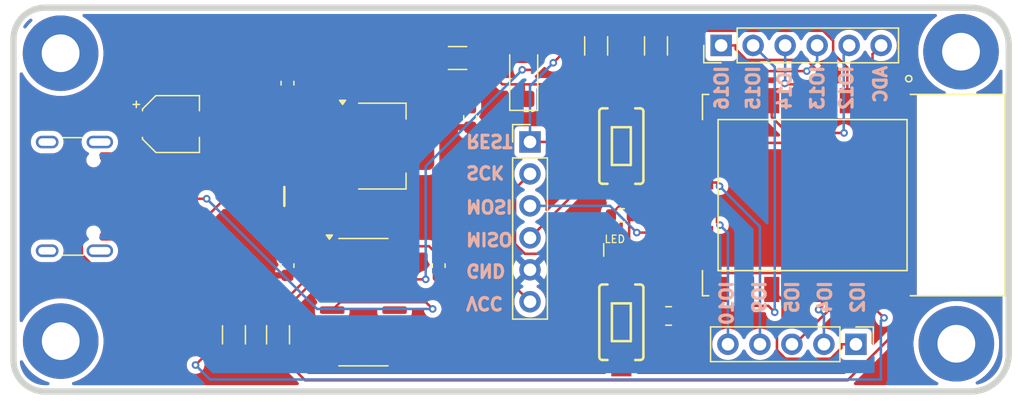
<source format=kicad_pcb>
(kicad_pcb (version 20241229) (generator "pcbnew") (generator_version "9.0")
  (layers (0 "F.Cu" signal) (2 "B.Cu" signal) (13 "F.Paste" user) (15 "B.Paste" user) (5 "F.SilkS" user "F.Silkscreen") (7 "B.SilkS" user "B.Silkscreen") (1 "F.Mask" user) (3 "B.Mask" user) (25 "Edge.Cuts" user))
  (net 0 "")
  (net 1 "GND")
  (net 2 "Net-(U1-VO)")
  (net 3 "+5V")
  (net 6 "D+")
  (net 9 "D-")
  (net 14 "Net-(J3-Pin_5)")
  (net 15 "Net-(J3-Pin_3)")
  (net 16 "Net-(J3-Pin_2)")
  (net 17 "Net-(J3-Pin_6)")
  (net 18 "Net-(J3-Pin_1)")
  (net 19 "Net-(J3-Pin_4)")
  (net 20 "MISO")
  (net 21 "REST")
  (net 22 "MOSI")
  (net 23 "SCK")
  (net 24 "Net-(J5-Pin_2)")
  (net 25 "Net-(J5-Pin_1)")
  (net 26 "Net-(J5-Pin_3)")
  (net 27 "Net-(J5-Pin_4)")
  (net 28 "Net-(J5-Pin_5)")
  (net 29 "Net-(SW2-B)")
  (net 30 "RXD")
  (net 31 "Net-(U3-TXD)")
  (net 32 "TXD")
  (net 33 "Net-(U3-RXD)")
  (net 34 "RTS")
  (net 35 "Net-(U4-EN)")
  (net 36 "DTR")
  (net 45 "Net-(D3-A)")
  (net 46 "Net-(SW3-B)")
  (net 47 "Net-(U3-V3)")
  (net 48 "Net-(D2-A)")
  (net 49 "+3.3V")
  (footprint "Capacitor_SMD:CP_Elec_4x4.5" (layer "F.Cu") (at 88.5 82.25)
    (property "Reference" "C6" (hide yes))
    (property "Value" "10uF")
    (fp_line (start -3 -1.56) (end -2.5 -1.56) (stroke (width 0.12)) (layer "F.SilkS"))
    (fp_line (start -2.75 -1.81) (end -2.75 -1.31) (stroke (width 0.12)) (layer "F.SilkS"))
    (fp_line (start -2.26 -1.195563) (end -2.26 -1.06) (stroke (width 0.12)) (layer "F.SilkS"))
    (fp_line (start -2.26 -1.195563) (end -1.195563 -2.26) (stroke (width 0.12)) (layer "F.SilkS"))
    (fp_line (start -2.26 1.195563) (end -2.26 1.06) (stroke (width 0.12)) (layer "F.SilkS"))
    (fp_line (start -2.26 1.195563) (end -1.195563 2.26) (stroke (width 0.12)) (layer "F.SilkS"))
    (fp_line (start -1.195563 -2.26) (end 2.26 -2.26) (stroke (width 0.12)) (layer "F.SilkS"))
    (fp_line (start -1.195563 2.26) (end 2.26 2.26) (stroke (width 0.12)) (layer "F.SilkS"))
    (fp_line (start 2.26 -2.26) (end 2.26 -1.06) (stroke (width 0.12)) (layer "F.SilkS"))
    (fp_line (start 2.26 2.26) (end 2.26 1.06) (stroke (width 0.12)) (layer "F.SilkS"))
    (pad "1" smd roundrect (at -1.8 0) (size 2.6 1.6) (layers "F.Cu" "F.Mask" "F.Paste") (roundrect_rratio 0.15625) (net 48 "Net-(D2-A)"))
    (pad "2" smd roundrect (at 1.8 0) (size 2.6 1.6) (layers "F.Cu" "F.Mask" "F.Paste") (roundrect_rratio 0.15625) (net 1 "GND"))
  )
  (footprint "Capacitor_SMD:C_0603_1608Metric" (layer "F.Cu") (at 97.75 93.5 -90)
    (property "Reference" "C5" (hide yes))
    (property "Value" "0.1uF")
    (fp_line (start -0.14058 0.51) (end 0.14058 0.51) (stroke (width 0.12)) (layer "F.SilkS"))
    (fp_line (start -0.14058 -0.51) (end 0.14058 -0.51) (stroke (width 0.12)) (layer "F.SilkS"))
    (pad "1" smd roundrect (at -0.775 0 270) (size 0.9 0.95) (layers "F.Cu" "F.Mask" "F.Paste") (net 47 "Net-(U3-V3)"))
    (pad "2" smd roundrect (at 0.775 0 270) (size 0.9 0.95) (layers "F.Cu" "F.Mask" "F.Paste") (net 1 "GND"))
  )
  (footprint "Connector_PinHeader_2.54mm:PinHeader_1x06_P2.54mm_Vertical" (layer "F.Cu") (at 117 83.67)
    (property "Reference" "J4" (hide yes))
    (property "Value" "Conn_01x06_Pin" (hide yes))
    (fp_line (start -1.38 -1.38) (end 0 -1.38) (stroke (width 0.12)) (layer "F.SilkS"))
    (fp_line (start -1.38 0) (end -1.38 -1.38) (stroke (width 0.12)) (layer "F.SilkS"))
    (fp_line (start -1.38 1.27) (end -1.38 14.08) (stroke (width 0.12)) (layer "F.SilkS"))
    (fp_line (start -1.38 1.27) (end 1.38 1.27) (stroke (width 0.12)) (layer "F.SilkS"))
    (fp_line (start -1.38 14.08) (end 1.38 14.08) (stroke (width 0.12)) (layer "F.SilkS"))
    (fp_line (start 1.38 1.27) (end 1.38 14.08) (stroke (width 0.12)) (layer "F.SilkS"))
    (pad "1" thru_hole rect (at 0 0) (size 1.7 1.7) (drill 1) (layers "*.Cu" "*.Mask") (net 21 "REST"))
    (pad "2" thru_hole circle (at 0 2.54) (size 1.7 1.7) (drill 1) (layers "*.Cu" "*.Mask") (net 23 "SCK"))
    (pad "3" thru_hole circle (at 0 5.08) (size 1.7 1.7) (drill 1) (layers "*.Cu" "*.Mask") (net 22 "MOSI"))
    (pad "4" thru_hole circle (at 0 7.62) (size 1.7 1.7) (drill 1) (layers "*.Cu" "*.Mask") (net 20 "MISO"))
    (pad "5" thru_hole circle (at 0 10.16) (size 1.7 1.7) (drill 1) (layers "*.Cu" "*.Mask") (net 1 "GND"))
    (pad "6" thru_hole circle (at 0 12.7) (size 1.7 1.7) (drill 1) (layers "*.Cu" "*.Mask") (net 3 "+5V"))
  )
  (footprint "Diode_SMD:D_MiniMELF" (layer "F.Cu") (at 116.5 78.5 90)
    (property "Reference" "D1" (hide yes))
    (property "Value" "BZV55B3V3" (hide yes))
    (fp_line (start 1.75 -1.11) (end -2.66 -1.11) (stroke (width 0.12)) (layer "F.SilkS"))
    (fp_line (start -2.66 -1.11) (end -2.66 1.11) (stroke (width 0.12)) (layer "F.SilkS"))
    (fp_line (start -2.66 1.11) (end 1.75 1.11) (stroke (width 0.12)) (layer "F.SilkS"))
    (pad "1" smd roundrect (at -1.75 0 90) (size 1.3 1.7) (layers "F.Cu" "F.Mask" "F.Paste") (roundrect_rratio 0.1923076923) (net 49 "+3.3V"))
    (pad "2" smd roundrect (at 1.75 0 90) (size 1.3 1.7) (layers "F.Cu" "F.Mask" "F.Paste") (roundrect_rratio 0.1923076923) (net 1 "GND"))
  )
  (footprint "MountingHole:MountingHole_3mm_Pad" (layer "F.Cu") (at 79.75 99.5)
    (property "Reference" "hole_2" (hide yes))
    (property "Value" "MountingHole_3mm_Pad" (hide yes))
    (pad "1" thru_hole circle (at 0 0) (size 6 6) (drill 3) (layers "*.Cu" "*.Mask"))
  )
  (footprint "Resistor_SMD:R_1206_3216Metric" (layer "F.Cu") (at 93.5 99 90)
    (property "Reference" "R4" (hide yes))
    (property "Value" "1K")
    (fp_line (start -0.727064 -0.91) (end 0.727064 -0.91) (stroke (width 0.12)) (layer "F.SilkS"))
    (fp_line (start -0.727064 0.91) (end 0.727064 0.91) (stroke (width 0.12)) (layer "F.SilkS"))
    (pad "1" smd roundrect (at -1.4625 0 90) (size 1.125 1.75) (layers "F.Cu" "F.Mask" "F.Paste") (roundrect_rratio 0.222222) (net 30 "RXD"))
    (pad "2" smd roundrect (at 1.4625 0 90) (size 1.125 1.75) (layers "F.Cu" "F.Mask" "F.Paste") (roundrect_rratio 0.222222) (net 31 "Net-(U3-TXD)"))
  )
  (footprint "Resistor_SMD:R_0603_1608Metric" (layer "F.Cu") (at 124.25 89.5 180)
    (property "Reference" "R7" (hide yes))
    (property "Value" "270")
    (fp_line (start -0.237258 0.5225) (end 0.237258 0.5225) (stroke (width 0.12)) (layer "F.SilkS"))
    (fp_line (start -0.237258 -0.5225) (end 0.237258 -0.5225) (stroke (width 0.12)) (layer "F.SilkS"))
    (pad "1" smd roundrect (at -0.825 0 180) (size 0.8 0.95) (layers "F.Cu" "F.Mask" "F.Paste") (net 45 "Net-(D3-A)"))
    (pad "2" smd roundrect (at 0.825 0 180) (size 0.8 0.95) (layers "F.Cu" "F.Mask" "F.Paste") (net 46 "Net-(SW3-B)"))
  )
  (footprint "Resistor_SMD:R_1206_3216Metric" (layer "F.Cu") (at 111.25 77)
    (property "Reference" "R1" (hide yes))
    (property "Value" "1K")
    (fp_line (start -0.727064 -0.91) (end 0.727064 -0.91) (stroke (width 0.12)) (layer "F.SilkS"))
    (fp_line (start -0.727064 0.91) (end 0.727064 0.91) (stroke (width 0.12)) (layer "F.SilkS"))
    (pad "1" smd roundrect (at -1.4625 0) (size 1.125 1.75) (layers "F.Cu" "F.Mask" "F.Paste") (roundrect_rratio 0.222222) (net 2 "Net-(U1-VO)"))
    (pad "2" smd roundrect (at 1.4625 0) (size 1.125 1.75) (layers "F.Cu" "F.Mask" "F.Paste") (roundrect_rratio 0.222222) (net 49 "+3.3V"))
  )
  (footprint "SparkFun-Switch:Push_SMD_6x3.5mm" (layer "F.Cu") (at 124.25 98 90)
    (property "Reference" "SW2")
    (property "Value" "SW_SPST")
    (fp_line (start -2.75 -1.75) (end 2.75 -1.75) (stroke (width 0.2032)) (layer "F.SilkS"))
    (fp_line (start 3 -1.1) (end 3 -1.5) (stroke (width 0.2032)) (layer "F.SilkS"))
    (fp_line (start -3 -1.1) (end -3 -1.5) (stroke (width 0.2032)) (layer "F.SilkS"))
    (fp_line (start -1.5 -0.75) (end 1.5 -0.75) (stroke (width 0.2032)) (layer "F.SilkS"))
    (fp_line (start 1.5 0.75) (end 1.5 -0.75) (stroke (width 0.2032)) (layer "F.SilkS"))
    (fp_line (start 1.5 0.75) (end -1.5 0.75) (stroke (width 0.2032)) (layer "F.SilkS"))
    (fp_line (start -1.5 0.75) (end -1.5 -0.75) (stroke (width 0.2032)) (layer "F.SilkS"))
    (fp_line (start 3 1.5) (end 3 1.1) (stroke (width 0.2032)) (layer "F.SilkS"))
    (fp_line (start -3 1.5) (end -3 1.1) (stroke (width 0.2032)) (layer "F.SilkS"))
    (fp_line (start 2.75 1.75) (end -2.75 1.75) (stroke (width 0.2032)) (layer "F.SilkS"))
    (fp_arc (start 2.75 -1.75) (mid 2.926777 -1.676777) (end 3 -1.5) (stroke (width 0.2032)) (layer "F.SilkS"))
    (fp_arc (start -3 -1.5) (mid -2.926777 -1.676777) (end -2.75 -1.75) (stroke (width 0.2032)) (layer "F.SilkS"))
    (fp_arc (start 3 1.5) (mid 2.926777 1.676777) (end 2.75 1.75) (stroke (width 0.2032)) (layer "F.SilkS"))
    (fp_arc (start -2.75 1.75) (mid -2.926777 1.676777) (end -3 1.5) (stroke (width 0.2032)) (layer "F.SilkS"))
    (pad "1" smd rect (at -3.15 0 270) (size 2.3 1.6) (layers "F.Cu" "F.Mask" "F.Paste") (net 36 "DTR"))
    (pad "2" smd rect (at 3.15 0 270) (size 2.3 1.6) (layers "F.Cu" "F.Mask" "F.Paste") (net 29 "Net-(SW2-B)"))
  )
  (footprint "Resistor_SMD:R_1206_3216Metric" (layer "F.Cu") (at 97 99 -90)
    (property "Reference" "R5" (hide yes))
    (property "Value" "1K")
    (fp_line (start -0.727064 0.91) (end 0.727064 0.91) (stroke (width 0.12)) (layer "F.SilkS"))
    (fp_line (start -0.727064 -0.91) (end 0.727064 -0.91) (stroke (width 0.12)) (layer "F.SilkS"))
    (pad "1" smd roundrect (at -1.4625 0 270) (size 1.125 1.75) (layers "F.Cu" "F.Mask" "F.Paste") (roundrect_rratio 0.222222) (net 33 "Net-(U3-RXD)"))
    (pad "2" smd roundrect (at 1.4625 0 270) (size 1.125 1.75) (layers "F.Cu" "F.Mask" "F.Paste") (roundrect_rratio 0.222222) (net 32 "TXD"))
  )
  (footprint "Resistor_SMD:R_0805_2012Metric" (layer "F.Cu") (at 128 97.5)
    (property "Reference" "R3" (hide yes))
    (property "Value" "4.7K")
    (fp_line (start -0.227064 -0.735) (end 0.227064 -0.735) (stroke (width 0.12)) (layer "F.SilkS"))
    (fp_line (start -0.227064 0.735) (end 0.227064 0.735) (stroke (width 0.12)) (layer "F.SilkS"))
    (pad "1" smd roundrect (at -0.9125 0) (size 1.025 1.4) (layers "F.Cu" "F.Mask" "F.Paste") (roundrect_rratio 0.243902) (net 29 "Net-(SW2-B)"))
    (pad "2" smd roundrect (at 0.9125 0) (size 1.025 1.4) (layers "F.Cu" "F.Mask" "F.Paste") (roundrect_rratio 0.243902) (net 1 "GND"))
  )
  (footprint "SparkFun-Switch:Push_SMD_6x3.5mm" (layer "F.Cu") (at 124.25 84 -90)
    (property "Reference" "SW3")
    (property "Value" "SW_SPST")
    (fp_line (start 2.75 1.75) (end -2.75 1.75) (stroke (width 0.2032)) (layer "F.SilkS"))
    (fp_line (start -3 1.5) (end -3 1.1) (stroke (width 0.2032)) (layer "F.SilkS"))
    (fp_line (start 3 1.5) (end 3 1.1) (stroke (width 0.2032)) (layer "F.SilkS"))
    (fp_line (start -1.5 0.75) (end -1.5 -0.75) (stroke (width 0.2032)) (layer "F.SilkS"))
    (fp_line (start 1.5 0.75) (end -1.5 0.75) (stroke (width 0.2032)) (layer "F.SilkS"))
    (fp_line (start 1.5 0.75) (end 1.5 -0.75) (stroke (width 0.2032)) (layer "F.SilkS"))
    (fp_line (start -1.5 -0.75) (end 1.5 -0.75) (stroke (width 0.2032)) (layer "F.SilkS"))
    (fp_line (start -3 -1.1) (end -3 -1.5) (stroke (width 0.2032)) (layer "F.SilkS"))
    (fp_line (start 3 -1.1) (end 3 -1.5) (stroke (width 0.2032)) (layer "F.SilkS"))
    (fp_line (start -2.75 -1.75) (end 2.75 -1.75) (stroke (width 0.2032)) (layer "F.SilkS"))
    (fp_arc (start -2.75 1.75) (mid -2.926777 1.676777) (end -3 1.5) (stroke (width 0.2032)) (layer "F.SilkS"))
    (fp_arc (start 3 1.5) (mid 2.926777 1.676777) (end 2.75 1.75) (stroke (width 0.2032)) (layer "F.SilkS"))
    (fp_arc (start -3 -1.5) (mid -2.926777 -1.676777) (end -2.75 -1.75) (stroke (width 0.2032)) (layer "F.SilkS"))
    (fp_arc (start 2.75 -1.75) (mid 2.926777 -1.676777) (end 3 -1.5) (stroke (width 0.2032)) (layer "F.SilkS"))
    (pad "1" smd rect (at -3.15 0 90) (size 2.3 1.6) (layers "F.Cu" "F.Mask" "F.Paste") (net 21 "REST"))
    (pad "2" smd rect (at 3.15 0 90) (size 2.3 1.6) (layers "F.Cu" "F.Mask" "F.Paste") (net 46 "Net-(SW3-B)"))
  )
  (footprint "Capacitor_SMD:C_0603_1608Metric" (layer "F.Cu") (at 109.75 93.5 -90)
    (property "Reference" "C4" (hide yes))
    (property "Value" "0.1uF")
    (fp_line (start -0.14058 0.51) (end 0.14058 0.51) (stroke (width 0.12)) (layer "F.SilkS"))
    (fp_line (start -0.14058 -0.51) (end 0.14058 -0.51) (stroke (width 0.12)) (layer "F.SilkS"))
    (pad "1" smd roundrect (at -0.775 0 270) (size 0.9 0.95) (layers "F.Cu" "F.Mask" "F.Paste") (net 3 "+5V"))
    (pad "2" smd roundrect (at 0.775 0 270) (size 0.9 0.95) (layers "F.Cu" "F.Mask" "F.Paste") (net 1 "GND"))
  )
  (footprint "Package_TO_SOT_SMD:SOT-223-3_TabPin2" (layer "F.Cu") (at 105.25 84)
    (property "Reference" "U1" (hide yes))
    (property "Value" "AMS1117-3.3" (hide yes))
    (fp_line (start -1.85 -3.41) (end 1.91 -3.41) (stroke (width 0.12)) (layer "F.SilkS"))
    (fp_line (start -1.85 3.41) (end 1.91 3.41) (stroke (width 0.12)) (layer "F.SilkS"))
    (fp_line (start 1.91 -3.41) (end 1.91 -2.15) (stroke (width 0.12)) (layer "F.SilkS"))
    (fp_line (start 1.91 3.41) (end 1.91 2.15) (stroke (width 0.12)) (layer "F.SilkS"))
    (fp_poly (pts (xy -3.13 -3.31) (xy -3.37 -3.64) (xy -2.89 -3.64) (xy -3.13 -3.31)) (stroke (width 0.12)) (fill yes) (layer "F.SilkS"))
    (pad "1" smd roundrect (at -3.15 -2.3) (size 2 1.5) (layers "F.Cu" "F.Mask" "F.Paste") (net 1 "GND"))
    (pad "2" smd roundrect (at -3.15 0) (size 2 1.5) (layers "F.Cu" "F.Mask" "F.Paste") (net 2 "Net-(U1-VO)"))
    (pad "2" smd roundrect (at 3.15 0) (size 2 3.8) (layers "F.Cu" "F.Mask" "F.Paste") (net 2 "Net-(U1-VO)"))
    (pad "3" smd roundrect (at -3.15 2.3) (size 2 1.5) (layers "F.Cu" "F.Mask" "F.Paste") (net 3 "+5V"))
  )
  (footprint "Package_SO:SOIC-16_3.9x9.9mm_P1.27mm" (layer "F.Cu") (at 103.775 96.405)
    (property "Reference" "U3" (hide yes))
    (property "Value" "CH340C" (hide yes))
    (fp_line (start 0 -5.06) (end -1.95 -5.06) (stroke (width 0.12)) (layer "F.SilkS"))
    (fp_line (start 0 -5.06) (end 1.95 -5.06) (stroke (width 0.12)) (layer "F.SilkS"))
    (fp_line (start 0 5.06) (end -1.95 5.06) (stroke (width 0.12)) (layer "F.SilkS"))
    (fp_line (start 0 5.06) (end 1.95 5.06) (stroke (width 0.12)) (layer "F.SilkS"))
    (fp_poly (pts (xy -2.7 -5.005) (xy -2.94 -5.335) (xy -2.46 -5.335)) (stroke (width 0.12)) (fill yes) (layer "F.SilkS"))
    (pad "1" smd roundrect (at -2.475 -4.445) (size 1.95 0.6) (layers "F.Cu" "F.Mask" "F.Paste") (net 1 "GND"))
    (pad "2" smd roundrect (at -2.475 -3.175) (size 1.95 0.6) (layers "F.Cu" "F.Mask" "F.Paste") (net 31 "Net-(U3-TXD)"))
    (pad "3" smd roundrect (at -2.475 -1.905) (size 1.95 0.6) (layers "F.Cu" "F.Mask" "F.Paste") (net 33 "Net-(U3-RXD)"))
    (pad "4" smd roundrect (at -2.475 -0.635) (size 1.95 0.6) (layers "F.Cu" "F.Mask" "F.Paste") (net 47 "Net-(U3-V3)"))
    (pad "5" smd roundrect (at -2.475 0.635) (size 1.95 0.6) (layers "F.Cu" "F.Mask" "F.Paste") (net 6 "D+"))
    (pad "6" smd roundrect (at -2.475 1.905) (size 1.95 0.6) (layers "F.Cu" "F.Mask" "F.Paste") (net 9 "D-"))
    (pad "7" smd roundrect (at -2.475 3.175) (size 1.95 0.6) (layers "F.Cu" "F.Mask" "F.Paste"))
    (pad "8" smd roundrect (at -2.475 4.445) (size 1.95 0.6) (layers "F.Cu" "F.Mask" "F.Paste"))
    (pad "9" smd roundrect (at 2.475 4.445) (size 1.95 0.6) (layers "F.Cu" "F.Mask" "F.Paste"))
    (pad "10" smd roundrect (at 2.475 3.175) (size 1.95 0.6) (layers "F.Cu" "F.Mask" "F.Paste"))
    (pad "11" smd roundrect (at 2.475 1.905) (size 1.95 0.6) (layers "F.Cu" "F.Mask" "F.Paste"))
    (pad "12" smd roundrect (at 2.475 0.635) (size 1.95 0.6) (layers "F.Cu" "F.Mask" "F.Paste"))
    (pad "13" smd roundrect (at 2.475 -0.635) (size 1.95 0.6) (layers "F.Cu" "F.Mask" "F.Paste") (net 36 "DTR"))
    (pad "14" smd roundrect (at 2.475 -1.905) (size 1.95 0.6) (layers "F.Cu" "F.Mask" "F.Paste") (net 34 "RTS"))
    (pad "15" smd roundrect (at 2.475 -3.175) (size 1.95 0.6) (layers "F.Cu" "F.Mask" "F.Paste"))
    (pad "16" smd roundrect (at 2.475 -4.445) (size 1.95 0.6) (layers "F.Cu" "F.Mask" "F.Paste") (net 3 "+5V"))
  )
  (footprint "MountingHole:MountingHole_3mm_Pad" (layer "F.Cu") (at 79.74 76.62)
    (property "Reference" "hole_1" (hide yes))
    (property "Value" "MountingHole_3mm_Pad" (hide yes))
    (pad "1" thru_hole circle (at 0 0) (size 6 6) (drill 3) (layers "*.Cu" "*.Mask"))
  )
  (footprint "SparkFun-LED:LED_0603_1608Metric_Red" (layer "F.Cu") (at 124.25 92.25)
    (property "Reference" "D3")
    (property "Value" "LED")
    (fp_line (start -1.4 -0.5) (end -1.4 0.5) (stroke (width 0.12)) (layer "F.SilkS"))
    (pad "1" smd roundrect (at -0.7875 0) (size 0.875 0.95) (layers "F.Cu" "F.Mask" "F.Paste") (net 1 "GND"))
    (pad "2" smd roundrect (at 0.7875 0) (size 0.875 0.95) (layers "F.Cu" "F.Mask" "F.Paste") (net 45 "Net-(D3-A)"))
  )
  (footprint "Resistor_SMD:R_1206_3216Metric" (layer "F.Cu") (at 127 76.0375 -90)
    (property "Reference" "R6" (hide yes))
    (property "Value" "1K")
    (fp_line (start -0.727064 0.91) (end 0.727064 0.91) (stroke (width 0.12)) (layer "F.SilkS"))
    (fp_line (start -0.727064 -0.91) (end 0.727064 -0.91) (stroke (width 0.12)) (layer "F.SilkS"))
    (pad "1" smd roundrect (at -1.4625 0 270) (size 1.125 1.75) (layers "F.Cu" "F.Mask" "F.Paste") (roundrect_rratio 0.222222) (net 34 "RTS"))
    (pad "2" smd roundrect (at 1.4625 0 270) (size 1.125 1.75) (layers "F.Cu" "F.Mask" "F.Paste") (roundrect_rratio 0.222222) (net 35 "Net-(U4-EN)"))
  )
  (footprint "Connector_PinHeader_2.54mm:PinHeader_1x05_P2.54mm_Vertical" (layer "F.Cu") (at 142.87 99.75 -90)
    (property "Reference" "J5" (hide yes))
    (property "Value" "Conn_01x05_Pin" (hide yes))
    (fp_line (start -1.38 11.54) (end 1.38 11.54) (stroke (width 0.12)) (layer "F.SilkS"))
    (fp_line (start -1.38 1.27) (end -1.38 11.54) (stroke (width 0.12)) (layer "F.SilkS"))
    (fp_line (start -1.38 1.27) (end 1.38 1.27) (stroke (width 0.12)) (layer "F.SilkS"))
    (fp_line (start 1.38 1.27) (end 1.38 11.54) (stroke (width 0.12)) (layer "F.SilkS"))
    (fp_line (start -1.38 0) (end -1.38 -1.38) (stroke (width 0.12)) (layer "F.SilkS"))
    (fp_line (start -1.38 -1.38) (end 0 -1.38) (stroke (width 0.12)) (layer "F.SilkS"))
    (pad "1" thru_hole rect (at 0 0 270) (size 1.7 1.7) (drill 1) (layers "*.Cu" "*.Mask") (net 25 "Net-(J5-Pin_1)"))
    (pad "2" thru_hole circle (at 0 2.54 270) (size 1.7 1.7) (drill 1) (layers "*.Cu" "*.Mask") (net 24 "Net-(J5-Pin_2)"))
    (pad "3" thru_hole circle (at 0 5.08 270) (size 1.7 1.7) (drill 1) (layers "*.Cu" "*.Mask") (net 26 "Net-(J5-Pin_3)"))
    (pad "4" thru_hole circle (at 0 7.62 270) (size 1.7 1.7) (drill 1) (layers "*.Cu" "*.Mask") (net 27 "Net-(J5-Pin_4)"))
    (pad "5" thru_hole circle (at 0 10.16 270) (size 1.7 1.7) (drill 1) (layers "*.Cu" "*.Mask") (net 28 "Net-(J5-Pin_5)"))
  )
  (footprint "SparkFun-Semiconductor-Standard:SOD-123" (layer "F.Cu") (at 95 88 180)
    (property "Reference" "D2")
    (property "Value" "D")
    (fp_line (start -2.5 -0.75) (end -2.5 0.75) (stroke (width 0.2032)) (layer "F.SilkS"))
    (pad "1" smd rect (at -1.6 0 180) (size 1.2 1.2) (layers "F.Cu" "F.Mask" "F.Paste") (net 3 "+5V"))
    (pad "2" smd rect (at 1.6 0 180) (size 1.2 1.2) (layers "F.Cu" "F.Mask" "F.Paste") (net 48 "Net-(D2-A)"))
  )
  (footprint "Capacitor_SMD:C_0603_1608Metric" (layer "F.Cu") (at 112.25 81.725 -90)
    (property "Reference" "C3" (hide yes))
    (property "Value" "0.1uF" (hide yes))
    (fp_line (start -0.14058 0.51) (end 0.14058 0.51) (stroke (width 0.12)) (layer "F.SilkS"))
    (fp_line (start -0.14058 -0.51) (end 0.14058 -0.51) (stroke (width 0.12)) (layer "F.SilkS"))
    (pad "1" smd roundrect (at -0.775 0 270) (size 0.9 0.95) (layers "F.Cu" "F.Mask" "F.Paste") (net 2 "Net-(U1-VO)"))
    (pad "2" smd roundrect (at 0.775 0 270) (size 0.9 0.95) (layers "F.Cu" "F.Mask" "F.Paste") (net 1 "GND"))
  )
  (footprint "Resistor_SMD:R_1206_3216Metric" (layer "F.Cu") (at 122.25 76.0375 -90)
    (property "Reference" "R2" (hide yes))
    (property "Value" "1K")
    (fp_line (start -0.727064 0.91) (end 0.727064 0.91) (stroke (width 0.12)) (layer "F.SilkS"))
    (fp_line (start -0.727064 -0.91) (end 0.727064 -0.91) (stroke (width 0.12)) (layer "F.SilkS"))
    (pad "1" smd roundrect (at -1.4625 0 270) (size 1.125 1.75) (layers "F.Cu" "F.Mask" "F.Paste") (roundrect_rratio 0.222222) (net 21 "REST"))
    (pad "2" smd roundrect (at 1.4625 0 270) (size 1.125 1.75) (layers "F.Cu" "F.Mask" "F.Paste") (roundrect_rratio 0.222222) (net 49 "+3.3V"))
  )
  (footprint "Connector_PinHeader_2.54mm:PinHeader_1x06_P2.54mm_Vertical" (layer "F.Cu") (at 132.17 76 90)
    (property "Reference" "J3" (hide yes))
    (property "Value" "Conn_01x06_Pin" (hide yes))
    (fp_line (start -1.38 -1.38) (end 0 -1.38) (stroke (width 0.12)) (layer "F.SilkS"))
    (fp_line (start -1.38 0) (end -1.38 -1.38) (stroke (width 0.12)) (layer "F.SilkS"))
    (fp_line (start 1.38 1.27) (end 1.38 14.08) (stroke (width 0.12)) (layer "F.SilkS"))
    (fp_line (start -1.38 1.27) (end 1.38 1.27) (stroke (width 0.12)) (layer "F.SilkS"))
    (fp_line (start -1.38 1.27) (end -1.38 14.08) (stroke (width 0.12)) (layer "F.SilkS"))
    (fp_line (start -1.38 14.08) (end 1.38 14.08) (stroke (width 0.12)) (layer "F.SilkS"))
    (pad "1" thru_hole rect (at 0 0 90) (size 1.7 1.7) (drill 1) (layers "*.Cu" "*.Mask") (net 18 "Net-(J3-Pin_1)"))
    (pad "2" thru_hole circle (at 0 2.54 90) (size 1.7 1.7) (drill 1) (layers "*.Cu" "*.Mask") (net 16 "Net-(J3-Pin_2)"))
    (pad "3" thru_hole circle (at 0 5.08 90) (size 1.7 1.7) (drill 1) (layers "*.Cu" "*.Mask") (net 15 "Net-(J3-Pin_3)"))
    (pad "4" thru_hole circle (at 0 7.62 90) (size 1.7 1.7) (drill 1) (layers "*.Cu" "*.Mask") (net 19 "Net-(J3-Pin_4)"))
    (pad "5" thru_hole circle (at 0 10.16 90) (size 1.7 1.7) (drill 1) (layers "*.Cu" "*.Mask") (net 14 "Net-(J3-Pin_5)"))
    (pad "6" thru_hole circle (at 0 12.7 90) (size 1.7 1.7) (drill 1) (layers "*.Cu" "*.Mask") (net 17 "Net-(J3-Pin_6)"))
  )
  (footprint "Connector_USB:USB_C_Receptacle_GCT_USB4105-xx-A_16P_TopMnt_Horizontal" (layer "F.Cu") (at 79.75 88 -90)
    (property "Reference" "J1" (hide yes))
    (property "Value" "USB_C_Receptacle_USB2.0_16P" (hide yes))
    (fp_line (start -4.67 -0.1) (end -4.67 -1.8) (stroke (width 0.12)) (layer "F.SilkS"))
    (fp_line (start 4.67 -0.1) (end 4.67 -1.8) (stroke (width 0.12)) (layer "F.SilkS"))
    (pad "" np_thru_hole circle (at -2.89 -2.605 270) (size 0.65 0.65) (drill 0.65) (layers "*.Cu" "*.Mask"))
    (pad "" np_thru_hole circle (at 2.89 -2.605 270) (size 0.65 0.65) (drill 0.65) (layers "*.Cu" "*.Mask"))
    (pad "A1" smd roundrect (at -3.2 -3.68 270) (size 0.6 1.15) (layers "F.Cu" "F.Mask" "F.Paste") (net 1 "GND"))
    (pad "A4" smd roundrect (at -2.4 -3.68 270) (size 0.6 1.15) (layers "F.Cu" "F.Mask" "F.Paste") (net 48 "Net-(D2-A)"))
    (pad "A5" smd roundrect (at -1.25 -3.68 270) (size 0.3 1.15) (layers "F.Cu" "F.Mask" "F.Paste"))
    (pad "A6" smd roundrect (at -0.25 -3.68 270) (size 0.3 1.15) (layers "F.Cu" "F.Mask" "F.Paste") (net 6 "D+"))
    (pad "A7" smd roundrect (at 0.25 -3.68 270) (size 0.3 1.15) (layers "F.Cu" "F.Mask" "F.Paste") (net 9 "D-"))
    (pad "A8" smd roundrect (at 1.25 -3.68 270) (size 0.3 1.15) (layers "F.Cu" "F.Mask" "F.Paste"))
    (pad "A9" smd roundrect (at 2.4 -3.68 270) (size 0.6 1.15) (layers "F.Cu" "F.Mask" "F.Paste") (net 48 "Net-(D2-A)"))
    (pad "A12" smd roundrect (at 3.2 -3.68 270) (size 0.6 1.15) (layers "F.Cu" "F.Mask" "F.Paste") (net 1 "GND"))
    (pad "B1" smd roundrect (at 3.2 -3.68 270) (size 0.6 1.15) (layers "F.Cu" "F.Mask" "F.Paste") (net 1 "GND"))
    (pad "B4" smd roundrect (at 2.4 -3.68 270) (size 0.6 1.15) (layers "F.Cu" "F.Mask" "F.Paste") (net 48 "Net-(D2-A)"))
    (pad "B5" smd roundrect (at 1.75 -3.68 270) (size 0.3 1.15) (layers "F.Cu" "F.Mask" "F.Paste"))
    (pad "B6" smd roundrect (at 0.75 -3.68 270) (size 0.3 1.15) (layers "F.Cu" "F.Mask" "F.Paste") (net 6 "D+"))
    (pad "B7" smd roundrect (at -0.75 -3.68 270) (size 0.3 1.15) (layers "F.Cu" "F.Mask" "F.Paste") (net 9 "D-"))
    (pad "B8" smd roundrect (at -1.75 -3.68 270) (size 0.3 1.15) (layers "F.Cu" "F.Mask" "F.Paste"))
    (pad "B9" smd roundrect (at -2.4 -3.68 270) (size 0.6 1.15) (layers "F.Cu" "F.Mask" "F.Paste") (net 48 "Net-(D2-A)"))
    (pad "B12" smd roundrect (at -3.2 -3.68 270) (size 0.6 1.15) (layers "F.Cu" "F.Mask" "F.Paste") (net 1 "GND"))
    (pad "S1" thru_hole oval (at -4.32 -3.105 270) (size 1 2.1) (drill oval 0.6 1.7) (property pad_prop_heatsink) (layers "*.Cu" "*.Mask" "F.Paste"))
    (pad "S1" thru_hole oval (at -4.32 1.075 270) (size 1 1.8) (drill oval 0.6 1.4) (property pad_prop_heatsink) (layers "*.Cu" "*.Mask" "F.Paste"))
    (pad "S1" thru_hole oval (at 4.32 -3.105 270) (size 1 2.1) (drill oval 0.6 1.7) (property pad_prop_heatsink) (layers "*.Cu" "*.Mask" "F.Paste"))
    (pad "S1" thru_hole oval (at 4.32 1.075 270) (size 1 1.8) (drill oval 0.6 1.4) (property pad_prop_heatsink) (layers "*.Cu" "*.Mask" "F.Paste"))
  )
  (footprint "MountingHole:MountingHole_3mm_Pad" (layer "F.Cu") (at 151.21 76.5)
    (property "Reference" "hole_4" (hide yes))
    (property "Value" "MountingHole_3mm_Pad" (hide yes))
    (pad "1" thru_hole circle (at 0 0) (size 6 6) (drill 3) (layers "*.Cu" "*.Mask"))
  )
  (footprint "Capacitor_SMD:C_0603_1608Metric" (layer "F.Cu") (at 97.75 79 90)
    (property "Reference" "C1" (hide yes))
    (property "Value" "0.1uF")
    (fp_line (start -0.14058 -0.51) (end 0.14058 -0.51) (stroke (width 0.12)) (layer "F.SilkS"))
    (fp_line (start -0.14058 0.51) (end 0.14058 0.51) (stroke (width 0.12)) (layer "F.SilkS"))
    (pad "1" smd roundrect (at -0.775 0 90) (size 0.9 0.95) (layers "F.Cu" "F.Mask" "F.Paste") (net 3 "+5V"))
    (pad "2" smd roundrect (at 0.775 0 90) (size 0.9 0.95) (layers "F.Cu" "F.Mask" "F.Paste") (net 1 "GND"))
  )
  (footprint "ESP8266-12E_ESP-12E:XCVR_ESP8266-12E_ESP-12E" (layer "F.Cu") (at 139.1875 87.8942 -90)
    (property "Reference" "U4" (hide yes))
    (property "Value" "ESP8266-12E_ESP-12E" (hide yes))
    (fp_line (start -8 8.5) (end -6 8.5) (stroke (width 0.127)) (layer "F.SilkS"))
    (fp_line (start 8 8.5) (end 6 8.5) (stroke (width 0.127)) (layer "F.SilkS"))
    (fp_line (start -8 8) (end -8 8.5) (stroke (width 0.127)) (layer "F.SilkS"))
    (fp_line (start 8 8) (end 8 8.5) (stroke (width 0.127)) (layer "F.SilkS"))
    (fp_line (start -6 7.26) (end -6 -7.74) (stroke (width 0.127)) (layer "F.SilkS"))
    (fp_line (start 6 7.26) (end -6 7.26) (stroke (width 0.127)) (layer "F.SilkS"))
    (fp_line (start -6 -7.74) (end 6 -7.74) (stroke (width 0.127)) (layer "F.SilkS"))
    (fp_line (start 6 -7.74) (end 6 7.26) (stroke (width 0.127)) (layer "F.SilkS"))
    (fp_line (start -8 -8) (end -8 -15.5) (stroke (width 0.127)) (layer "F.SilkS"))
    (fp_line (start -8 -15.5) (end 8 -15.5) (stroke (width 0.127)) (layer "F.SilkS"))
    (fp_line (start 8 -15.5) (end 8 -8) (stroke (width 0.127)) (layer "F.SilkS"))
    (fp_circle (center -9.25 -7.875) (end -9 -7.875) (stroke (width 0.127)) (fill no) (layer "F.SilkS"))
    (pad "1" smd rect (at -7.5 -7 270) (size 2 1.2) (layers "F.Cu" "F.Mask" "F.Paste") (net 21 "REST"))
    (pad "2" smd rect (at -7.5 -5 270) (size 2 1.2) (layers "F.Cu" "F.Mask" "F.Paste") (net 17 "Net-(J3-Pin_6)"))
    (pad "3" smd rect (at -7.5 -3 270) (size 2 1.2) (layers "F.Cu" "F.Mask" "F.Paste") (net 35 "Net-(U4-EN)"))
    (pad "4" smd rect (at -7.5 -1 270) (size 2 1.2) (layers "F.Cu" "F.Mask" "F.Paste") (net 18 "Net-(J3-Pin_1)"))
    (pad "5" smd rect (at -7.5 1 270) (size 2 1.2) (layers "F.Cu" "F.Mask" "F.Paste") (net 15 "Net-(J3-Pin_3)"))
    (pad "6" smd rect (at -7.5 3 270) (size 2 1.2) (layers "F.Cu" "F.Mask" "F.Paste") (net 14 "Net-(J3-Pin_5)"))
    (pad "7" smd rect (at -7.5 5 270) (size 2 1.2) (layers "F.Cu" "F.Mask" "F.Paste") (net 19 "Net-(J3-Pin_4)"))
    (pad "8" smd rect (at -7.5 7 270) (size 2 1.2) (layers "F.Cu" "F.Mask" "F.Paste") (net 49 "+3.3V"))
    (pad "9" smd rect (at -5 8.5 270) (size 1.1 1.7) (layers "F.Cu" "F.Mask" "F.Paste"))
    (pad "10" smd rect (at -3 8.5 270) (size 1.1 1.7) (layers "F.Cu" "F.Mask" "F.Paste") (net 20 "MISO"))
    (pad "11" smd rect (at -1 8.5 270) (size 1.1 1.7) (layers "F.Cu" "F.Mask" "F.Paste") (net 27 "Net-(J5-Pin_4)"))
    (pad "12" smd rect (at 1 8.5 270) (size 1.1 1.7) (layers "F.Cu" "F.Mask" "F.Paste") (net 28 "Net-(J5-Pin_5)"))
    (pad "13" smd rect (at 3 8.5 270) (size 1.1 1.7) (layers "F.Cu" "F.Mask" "F.Paste") (net 22 "MOSI"))
    (pad "14" smd rect (at 5 8.5 270) (size 1.1 1.7) (layers "F.Cu" "F.Mask" "F.Paste") (net 23 "SCK"))
    (pad "15" smd rect (at 7.5 7 270) (size 2 1.2) (layers "F.Cu" "F.Mask" "F.Paste") (net 1 "GND"))
    (pad "16" smd rect (at 7.5 5 270) (size 2 1.2) (layers "F.Cu" "F.Mask" "F.Paste") (net 16 "Net-(J3-Pin_2)"))
    (pad "17" smd rect (at 7.5 3 270) (size 2 1.2) (layers "F.Cu" "F.Mask" "F.Paste") (net 25 "Net-(J5-Pin_1)"))
    (pad "18" smd rect (at 7.5 1 270) (size 2 1.2) (layers "F.Cu" "F.Mask" "F.Paste") (net 29 "Net-(SW2-B)"))
    (pad "19" smd rect (at 7.5 -1 270) (size 2 1.2) (layers "F.Cu" "F.Mask" "F.Paste") (net 24 "Net-(J5-Pin_2)"))
    (pad "20" smd rect (at 7.5 -3 270) (size 2 1.2) (layers "F.Cu" "F.Mask" "F.Paste") (net 26 "Net-(J5-Pin_3)"))
    (pad "21" smd rect (at 7.5 -5 270) (size 2 1.2) (layers "F.Cu" "F.Mask" "F.Paste") (net 30 "RXD"))
    (pad "22" smd rect (at 7.5 -7 270) (size 2 1.2) (layers "F.Cu" "F.Mask" "F.Paste") (net 32 "TXD"))
    (zone (net 0) (net_name "") (layer "F.Cu") (connect_pads (clearance 0)) (min_thickness 0.01)
      (keepout (tracks not_allowed) (vias not_allowed) (pads not_allowed) (copperpour not_allowed) (footprints allowed))
      (fill (thermal_gap 0.508) (thermal_bridge_width 0.508))
      (polygon (pts (xy 154.6875 79.88519) (xy 154.6875 95.8942) (xy 147.69708 95.8942) (xy 147.69708 79.88519)))
    )
    (zone (net 0) (net_name "") (layer "B.Cu") (connect_pads (clearance 0)) (min_thickness 0.01)
      (keepout (tracks not_allowed) (vias not_allowed) (pads not_allowed) (copperpour not_allowed) (footprints allowed))
      (fill (thermal_gap 0.508) (thermal_bridge_width 0.508))
      (polygon (pts (xy 154.6875 79.88519) (xy 154.6875 95.8942) (xy 147.69708 95.8942) (xy 147.69708 79.88519)))
    )
  )
  (footprint "MountingHole:MountingHole_3mm_Pad" (layer "F.Cu") (at 150.84 99.71)
    (property "Reference" "hole_3" (hide yes))
    (property "Value" "MountingHole_3mm_Pad" (hide yes))
    (pad "1" thru_hole circle (at 0 0) (size 6 6) (drill 3) (layers "*.Cu" "*.Mask"))
  )
  (gr_arc (start 78.5 103.5) (mid 76.732233 102.767767) (end 76 101) (stroke (width 0.5)) (layer "Edge.Cuts"))
  (gr_line (start 155 76) (end 155 100.5) (stroke (width 0.5)) (layer "Edge.Cuts"))
  (gr_line (start 76 101) (end 76 75.5) (stroke (width 0.5)) (layer "Edge.Cuts"))
  (gr_arc (start 152 73) (mid 154.12132 73.87868) (end 155 76) (stroke (width 0.5)) (layer "Edge.Cuts"))
  (gr_line (start 78.5 103.5) (end 152 103.5) (stroke (width 0.5)) (layer "Edge.Cuts"))
  (gr_line (start 78.5 73) (end 152 73) (stroke (width 0.5)) (layer "Edge.Cuts"))
  (gr_arc (start 155 100.5) (mid 154.12132 102.62132) (end 152 103.5) (stroke (width 0.5)) (layer "Edge.Cuts"))
  (gr_arc (start 76 75.5) (mid 76.732233 73.732233) (end 78.5 73) (stroke (width 0.5)) (layer "Edge.Cuts"))
  (gr_text "LED" (at 122.85 91.75 0) (layer "F.SilkS") (effects (font (size 0.6 0.6) (thickness 0.1)) (justify left bottom)))
  (gr_text "ADC" (at 145.4 77.5 90) (layer "B.SilkS") (effects (font (size 1 1) (thickness 0.25) (bold yes)) (justify left bottom mirror)))
  (gr_text "IO16" (at 132.8 77.5 90) (layer "B.SilkS") (effects (font (size 1 1) (thickness 0.25) (bold yes)) (justify left bottom mirror)))
  (gr_text "IO9" (at 135.8 94.6 90) (layer "B.SilkS") (effects (font (size 1 1) (thickness 0.25) (bold yes)) (justify left bottom mirror)))
  (gr_text "IO12" (at 142.7 77.5 90) (layer "B.SilkS") (effects (font (size 1 1) (thickness 0.25) (bold yes)) (justify left bottom mirror)))
  (gr_text "GND" (at 111.8 93.3 180) (layer "B.SilkS") (effects (font (size 1 1) (thickness 0.25) (bold yes)) (justify left bottom mirror)))
  (gr_text "IO5" (at 138.4 94.6 90) (layer "B.SilkS") (effects (font (size 1 1) (thickness 0.25) (bold yes)) (justify left bottom mirror)))
  (gr_text "MISO" (at 111.8 90.8 180) (layer "B.SilkS") (effects (font (size 1 1) (thickness 0.25) (bold yes)) (justify left bottom mirror)))
  (gr_text "SCK" (at 111.8 85.5 180) (layer "B.SilkS") (effects (font (size 1 1) (thickness 0.25) (bold yes)) (justify left bottom mirror)))
  (gr_text "VCC" (at 111.8 95.9 180) (layer "B.SilkS") (effects (font (size 1 1) (thickness 0.25) (bold yes)) (justify left bottom mirror)))
  (gr_text "IO4" (at 141 94.6 90) (layer "B.SilkS") (effects (font (size 1 1) (thickness 0.25) (bold yes)) (justify left bottom mirror)))
  (gr_text "IO13" (at 140.4 77.5 90) (layer "B.SilkS") (effects (font (size 1 1) (thickness 0.25) (bold yes)) (justify left bottom mirror)))
  (gr_text "IO2" (at 143.6 94.6 90) (layer "B.SilkS") (effects (font (size 1 1) (thickness 0.25) (bold yes)) (justify left bottom mirror)))
  (gr_text "IO14" (at 137.8 77.5 90) (layer "B.SilkS") (effects (font (size 1 1) (thickness 0.25) (bold yes)) (justify left bottom mirror)))
  (gr_text "IO10" (at 133.2 94.6 90) (layer "B.SilkS") (effects (font (size 1 1) (thickness 0.25) (bold yes)) (justify left bottom mirror)))
  (gr_text "IO15" (at 135.3 77.5 90) (layer "B.SilkS") (effects (font (size 1 1) (thickness 0.25) (bold yes)) (justify left bottom mirror)))
  (gr_text "REST" (at 111.8 83 180) (layer "B.SilkS") (effects (font (size 1 1) (thickness 0.25) (bold yes)) (justify left bottom mirror)))
  (gr_text "MOSI" (at 111.8 88.2 180) (layer "B.SilkS") (effects (font (size 1 1) (thickness 0.25) (bold yes)) (justify left bottom mirror)))
  (segment (start 110.7308 80.95) (end 112.25 80.95) (width 0.2) (layer "F.Cu") (net 2))
  (segment (start 109.7875 80.0067) (end 110.7308 80.95) (width 0.2) (layer "F.Cu") (net 2))
  (segment (start 109.7875 77) (end 109.7875 80.0067) (width 0.2) (layer "F.Cu") (net 2))
  (segment (start 110.7308 81.6692) (end 108.4 84) (width 0.2) (layer "F.Cu") (net 2))
  (segment (start 110.7308 80.95) (end 110.7308 81.6692) (width 0.2) (layer "F.Cu") (net 2))
  (segment (start 108.4 84) (end 102.1 84) (width 0.2) (layer "F.Cu") (net 2))
  (segment (start 97.75 81.95) (end 102.1 86.3) (width 0.2) (layer "F.Cu") (net 3))
  (segment (start 106.25 91.96) (end 108.985 91.96) (width 0.2) (layer "F.Cu") (net 3))
  (segment (start 106.25 91.96) (end 102.29 88) (width 0.2) (layer "F.Cu") (net 3))
  (segment (start 102.1 88) (end 96.6 88) (width 0.2) (layer "F.Cu") (net 3))
  (segment (start 97.75 79.775) (end 97.75 81.95) (width 0.2) (layer "F.Cu") (net 3))
  (segment (start 102.29 88) (end 102.1 88) (width 0.2) (layer "F.Cu") (net 3))
  (segment (start 113.355 92.725) (end 117 96.37) (width 0.2) (layer "F.Cu") (net 3))
  (segment (start 108.985 91.96) (end 109.75 92.725) (width 0.2) (layer "F.Cu") (net 3))
  (segment (start 102.1 88) (end 102.1 86.3) (width 0.2) (layer "F.Cu") (net 3))
  (segment (start 109.75 92.725) (end 113.355 92.725) (width 0.2) (layer "F.Cu") (net 3))
  (segment (start 84.1128 88.75) (end 84.314 88.5488) (width 0.2) (layer "F.Cu") (net 6))
  (segment (start 84.314 88.5488) (end 84.314 88.1871) (width 0.2) (layer "F.Cu") (net 6))
  (segment (start 84.314 88.0112) (end 84.0528 87.75) (width 0.2) (layer "F.Cu") (net 6))
  (segment (start 83.43 88.75) (end 84.1128 88.75) (width 0.2) (layer "F.Cu") (net 6))
  (segment (start 108.7351 96.405) (end 101.935 96.405) (width 0.2) (layer "F.Cu") (net 6))
  (segment (start 84.314 88.1871) (end 84.314 88.0112) (width 0.2) (layer "F.Cu") (net 6))
  (segment (start 101.935 96.405) (end 101.3 97.04) (width 0.2) (layer "F.Cu") (net 6))
  (segment (start 84.314 88.1871) (end 91.3366 88.1871) (width 0.2) (layer "F.Cu") (net 6))
  (segment (start 109.2741 96.944) (end 108.7351 96.405) (width 0.2) (layer "F.Cu") (net 6))
  (segment (start 84.0528 87.75) (end 83.43 87.75) (width 0.2) (layer "F.Cu") (net 6))
  (via (at 109.2741 96.944) (size 0.6) (drill 0.3) (layers "F.Cu" "B.Cu") (net 6))
  (via (at 91.3366 88.1871) (size 0.6) (drill 0.3) (layers "F.Cu" "B.Cu") (net 6))
  (segment (start 91.3366 88.1871) (end 100.0935 96.944) (width 0.2) (layer "B.Cu") (net 6))
  (segment (start 100.0935 96.944) (end 109.2741 96.944) (width 0.2) (layer "B.Cu") (net 6))
  (segment (start 87.3001 98.4825) (end 81.4315 92.6139) (width 0.2) (layer "F.Cu") (net 9))
  (segment (start 82.546 88.0488) (end 82.546 87.5112) (width 0.2) (layer "F.Cu") (net 9))
  (segment (start 82.7472 88.25) (end 82.546 88.0488) (width 0.2) (layer "F.Cu") (net 9))
  (segment (start 101.3 98.31) (end 101.1275 98.4825) (width 0.2) (layer "F.Cu") (net 9))
  (segment (start 81.4315 89.5657) (end 82.7472 88.25) (width 0.2) (layer "F.Cu") (net 9))
  (segment (start 101.1275 98.4825) (end 87.3001 98.4825) (width 0.2) (layer "F.Cu") (net 9))
  (segment (start 82.546 87.5112) (end 82.8072 87.25) (width 0.2) (layer "F.Cu") (net 9))
  (segment (start 81.4315 92.6139) (end 81.4315 89.5657) (width 0.2) (layer "F.Cu") (net 9))
  (segment (start 82.8072 87.25) (end 83.43 87.25) (width 0.2) (layer "F.Cu") (net 9))
  (segment (start 83.43 88.25) (end 82.7472 88.25) (width 0.2) (layer "F.Cu") (net 9))
  (segment (start 136.1875 80.3942) (end 136.1875 81.6959) (width 0.2) (layer "F.Cu") (net 14))
  (segment (start 137.4464 82.9548) (end 141.9269 82.9548) (width 0.2) (layer "F.Cu") (net 14))
  (segment (start 136.1875 81.6959) (end 137.4464 82.9548) (width 0.2) (layer "F.Cu") (net 14))
  (via (at 141.9269 82.9548) (size 0.6) (drill 0.3) (layers "F.Cu" "B.Cu") (net 14))
  (segment (start 141.9015 82.9294) (end 141.9015 76.4285) (width 0.2) (layer "B.Cu") (net 14))
  (segment (start 141.9015 76.4285) (end 142.33 76) (width 0.2) (layer "B.Cu") (net 14))
  (segment (start 141.9015 82.9294) (end 141.9269 82.9548) (width 0.2) (layer "B.Cu") (net 14))
  (segment (start 137.2995 79.0925) (end 137.222 79.015) (width 0.2) (layer "F.Cu") (net 15))
  (segment (start 138.1875 79.0925) (end 137.2995 79.0925) (width 0.2) (layer "F.Cu") (net 15))
  (segment (start 138.1875 80.3942) (end 138.1875 79.0925) (width 0.2) (layer "F.Cu") (net 15))
  (via (at 137.222 79.015) (size 0.6) (drill 0.3) (layers "F.Cu" "B.Cu") (net 15))
  (segment (start 137.25 76) (end 137.25 78.987) (width 0.2) (layer "B.Cu") (net 15))
  (segment (start 137.25 78.987) (end 137.222 79.015) (width 0.2) (layer "B.Cu") (net 15))
  (segment (start 134.1875 95.3942) (end 134.1875 96.6959) (width 0.2) (layer "F.Cu") (net 16))
  (segment (start 134.1875 96.6959) (end 135.9155 96.6959) (width 0.2) (layer "F.Cu") (net 16))
  (segment (start 135.9155 96.6959) (end 136.4257 97.2061) (width 0.2) (layer "F.Cu") (net 16))
  (via (at 136.4257 97.2061) (size 0.6) (drill 0.3) (layers "F.Cu" "B.Cu") (net 16))
  (segment (start 136.4257 77.7157) (end 134.71 76) (width 0.2) (layer "B.Cu") (net 16))
  (segment (start 136.4257 97.2061) (end 136.4257 77.7157) (width 0.2) (layer "B.Cu") (net 16))
  (segment (start 144.1875 80.3942) (end 144.1875 76.6825) (width 0.2) (layer "F.Cu") (net 17))
  (segment (start 144.1875 76.6825) (end 144.87 76) (width 0.2) (layer "F.Cu") (net 17))
  (segment (start 140.1875 80.3942) (end 140.1875 78.381) (width 0.2) (layer "F.Cu") (net 18))
  (segment (start 132.17 76) (end 133.3217 76) (width 0.2) (layer "F.Cu") (net 18))
  (segment (start 138.9582 77.1517) (end 134.1854 77.1517) (width 0.2) (layer "F.Cu") (net 18))
  (segment (start 134.1854 77.1517) (end 133.3217 76.288) (width 0.2) (layer "F.Cu") (net 18))
  (segment (start 140.1875 78.381) (end 138.9582 77.1517) (width 0.2) (layer "F.Cu") (net 18))
  (segment (start 133.3217 76.288) (end 133.3217 76) (width 0.2) (layer "F.Cu") (net 18))
  (segment (start 134.1875 80.3942) (end 134.1875 79.0925) (width 0.2) (layer "F.Cu") (net 19))
  (segment (start 134.1875 79.0925) (end 135.2383 78.0417) (width 0.2) (layer "F.Cu") (net 19))
  (segment (start 135.2383 78.0417) (end 138.9693 78.0417) (width 0.2) (layer "F.Cu") (net 19))
  (via (at 138.9693 78.0417) (size 0.6) (drill 0.3) (layers "F.Cu" "B.Cu") (net 19))
  (segment (start 139.79 77.221) (end 138.9693 78.0417) (width 0.2) (layer "B.Cu") (net 19))
  (segment (start 139.79 76) (end 139.79 77.221) (width 0.2) (layer "B.Cu") (net 19))
  (segment (start 130.6875 84.8942) (end 123.3958 84.8942) (width 0.2) (layer "F.Cu") (net 20))
  (segment (start 123.3958 84.8942) (end 117 91.29) (width 0.2) (layer "F.Cu") (net 20))
  (segment (start 123.1483 80.85) (end 126.0442 83.7459) (width 0.2) (layer "F.Cu") (net 21))
  (segment (start 146.1875 80.3942) (end 146.1875 81.6959) (width 0.2) (layer "F.Cu") (net 21))
  (segment (start 126.0442 83.7459) (end 144.1375 83.7459) (width 0.2) (layer "F.Cu") (net 21))
  (segment (start 120.3283 83.67) (end 123.1483 80.85) (width 0.2) (layer "F.Cu") (net 21))
  (segment (start 117 83.67) (end 120.3283 83.67) (width 0.2) (layer "F.Cu") (net 21))
  (segment (start 121.651 74.575) (end 118.8466 77.3794) (width 0.2) (layer "F.Cu") (net 21))
  (segment (start 144.1375 83.7459) (end 146.1875 81.6959) (width 0.2) (layer "F.Cu") (net 21))
  (segment (start 122.25 74.575) (end 121.651 74.575) (width 0.2) (layer "F.Cu") (net 21))
  (segment (start 124.25 80.85) (end 123.1483 80.85) (width 0.2) (layer "F.Cu") (net 21))
  (via (at 118.8466 77.3794) (size 0.6) (drill 0.3) (layers "F.Cu" "B.Cu") (net 21))
  (segment (start 117 79.226) (end 117 83.67) (width 0.2) (layer "B.Cu") (net 21))
  (segment (start 118.8466 77.3794) (end 117 79.226) (width 0.2) (layer "B.Cu") (net 21))
  (segment (start 130.6875 90.8942) (end 129.5358 90.8942) (width 0.2) (layer "F.Cu") (net 22))
  (segment (start 125.4714 90.875) (end 129.5166 90.875) (width 0.2) (layer "F.Cu") (net 22))
  (segment (start 129.5166 90.875) (end 129.5358 90.8942) (width 0.2) (layer "F.Cu") (net 22))
  (via (at 125.4714 90.875) (size 0.6) (drill 0.3) (layers "F.Cu" "B.Cu") (net 22))
  (segment (start 117 88.75) (end 123.3464 88.75) (width 0.2) (layer "B.Cu") (net 22))
  (segment (start 123.3464 88.75) (end 125.4714 90.875) (width 0.2) (layer "B.Cu") (net 22))
  (segment (start 129.3765 93.0535) (end 129.5358 92.8942) (width 0.2) (layer "F.Cu") (net 23))
  (segment (start 116.5935 92.56) (end 121.2029 92.56) (width 0.2) (layer "F.Cu") (net 23))
  (segment (start 121.6964 93.0535) (end 129.3765 93.0535) (width 0.2) (layer "F.Cu") (net 23))
  (segment (start 115.8127 87.3973) (end 115.8127 91.7792) (width 0.2) (layer "F.Cu") (net 23))
  (segment (start 130.6875 92.8942) (end 129.5358 92.8942) (width 0.2) (layer "F.Cu") (net 23))
  (segment (start 121.2029 92.56) (end 121.6964 93.0535) (width 0.2) (layer "F.Cu") (net 23))
  (segment (start 115.8127 91.7792) (end 116.5935 92.56) (width 0.2) (layer "F.Cu") (net 23))
  (segment (start 117 86.21) (end 115.8127 87.3973) (width 0.2) (layer "F.Cu") (net 23))
  (segment (start 140.1875 95.3942) (end 140.1875 96.7144) (width 0.2) (layer "F.Cu") (net 24))
  (segment (start 140.1875 96.7144) (end 139.9052 96.9967) (width 0.2) (layer "F.Cu") (net 24))
  (via (at 139.9052 96.9967) (size 0.6) (drill 0.3) (layers "F.Cu" "B.Cu") (net 24))
  (segment (start 139.9052 96.9967) (end 140.33 97.4215) (width 0.2) (layer "B.Cu") (net 24))
  (segment (start 140.33 97.4215) (end 140.33 99.75) (width 0.2) (layer "B.Cu") (net 24))
  (segment (start 136.601 98.489) (end 136.601 100.2158) (width 0.2) (layer "F.Cu") (net 25))
  (segment (start 137.0483 98.0417) (end 136.601 98.489) (width 0.2) (layer "F.Cu") (net 25))
  (segment (start 136.601 100.2158) (end 137.2869 100.9017) (width 0.2) (layer "F.Cu") (net 25))
  (segment (start 137.2869 100.9017) (end 140.8546 100.9017) (width 0.2) (layer "F.Cu") (net 25))
  (segment (start 136.1875 95.3942) (end 137.0483 96.255) (width 0.2) (layer "F.Cu") (net 25))
  (segment (start 142.87 99.75) (end 141.7183 99.75) (width 0.2) (layer "F.Cu") (net 25))
  (segment (start 141.7183 100.038) (end 141.7183 99.75) (width 0.2) (layer "F.Cu") (net 25))
  (segment (start 137.0483 96.255) (end 137.0483 98.0417) (width 0.2) (layer "F.Cu") (net 25))
  (segment (start 140.8546 100.9017) (end 141.7183 100.038) (width 0.2) (layer "F.Cu") (net 25))
  (segment (start 138.0028 99.75) (end 141.0569 96.6959) (width 0.2) (layer "F.Cu") (net 26))
  (segment (start 141.0569 96.6959) (end 142.1875 96.6959) (width 0.2) (layer "F.Cu") (net 26))
  (segment (start 142.1875 95.3942) (end 142.1875 96.6959) (width 0.2) (layer "F.Cu") (net 26))
  (segment (start 137.79 99.75) (end 138.0028 99.75) (width 0.2) (layer "F.Cu") (net 26))
  (segment (start 131.8392 86.9874) (end 132.0425 87.1907) (width 0.2) (layer "F.Cu") (net 27))
  (segment (start 131.8392 86.8942) (end 131.8392 86.9874) (width 0.2) (layer "F.Cu") (net 27))
  (segment (start 130.6875 86.8942) (end 131.8392 86.8942) (width 0.2) (layer "F.Cu") (net 27))
  (via (at 132.0425 87.1907) (size 0.6) (drill 0.3) (layers "F.Cu" "B.Cu") (net 27))
  (segment (start 135.25 90.3982) (end 135.25 99.75) (width 0.2) (layer "B.Cu") (net 27))
  (segment (start 132.0425 87.1907) (end 135.25 90.3982) (width 0.2) (layer "B.Cu") (net 27))
  (segment (start 130.6875 88.8942) (end 131.8392 88.8942) (width 0.2) (layer "F.Cu") (net 28))
  (segment (start 131.8392 90.0459) (end 132.0759 90.2826) (width 0.2) (layer "F.Cu") (net 28))
  (segment (start 131.8392 88.8942) (end 131.8392 90.0459) (width 0.2) (layer "F.Cu") (net 28))
  (via (at 132.0759 90.2826) (size 0.6) (drill 0.3) (layers "F.Cu" "B.Cu") (net 28))
  (segment (start 132.0759 90.2826) (end 132.71 90.9167) (width 0.2) (layer "B.Cu") (net 28))
  (segment (start 132.71 90.9167) (end 132.71 99.75) (width 0.2) (layer "B.Cu") (net 28))
  (segment (start 138.1875 94.0925) (end 126.1092 94.0925) (width 0.2) (layer "F.Cu") (net 29))
  (segment (start 138.1875 95.3942) (end 138.1875 94.0925) (width 0.2) (layer "F.Cu") (net 29))
  (segment (start 126.1092 94.0925) (end 125.3517 94.85) (width 0.2) (layer "F.Cu") (net 29))
  (segment (start 124.25 94.85) (end 124.8009 94.85) (width 0.2) (layer "F.Cu") (net 29))
  (segment (start 124.8009 94.85) (end 125.3517 94.85) (width 0.2) (layer "F.Cu") (net 29))
  (segment (start 124.8009 94.85) (end 127.0875 97.1366) (width 0.2) (layer "F.Cu") (net 29))
  (segment (start 127.0875 97.1366) (end 127.0875 97.5) (width 0.2) (layer "F.Cu") (net 29))
  (segment (start 144.1875 95.3942) (end 144.1875 96.7375) (width 0.2) (layer "F.Cu") (net 30))
  (segment (start 144.1875 96.7375) (end 145.1 97.65) (width 0.2) (layer "F.Cu") (net 30))
  (segment (start 91.3875 100.4625) (end 90.45 101.4) (width 0.2) (layer "F.Cu") (net 30))
  (segment (start 93.5 100.4625) (end 91.3875 100.4625) (width 0.2) (layer "F.Cu") (net 30))
  (via (at 90.45 101.4) (size 0.6) (drill 0.3) (layers "F.Cu" "B.Cu") (net 30))
  (via (at 145.1 97.65) (size 0.6) (drill 0.3) (layers "F.Cu" "B.Cu") (net 30))
  (segment (start 145.1 97.65) (end 144.85 97.9) (width 0.2) (layer "B.Cu") (net 30))
  (segment (start 91.6 102.55) (end 90.45 101.4) (width 0.2) (layer "B.Cu") (net 30))
  (segment (start 144.85 97.9) (end 144.85 102.55) (width 0.2) (layer "B.Cu") (net 30))
  (segment (start 144.85 102.55) (end 91.6 102.55) (width 0.2) (layer "B.Cu") (net 30))
  (segment (start 98.0321 95.7759) (end 95.2616 95.7759) (width 0.2) (layer "F.Cu") (net 31))
  (segment (start 101.3 93.23) (end 100.578 93.23) (width 0.2) (layer "F.Cu") (net 31))
  (segment (start 100.578 93.23) (end 98.0321 95.7759) (width 0.2) (layer "F.Cu") (net 31))
  (segment (start 95.2616 95.7759) (end 93.5 97.5375) (width 0.2) (layer "F.Cu") (net 31))
  (segment (start 142.201 102.6133) (end 99.1508 102.6133) (width 0.2) (layer "F.Cu") (net 32))
  (segment (start 146.1875 95.3942) (end 146.1875 98.6268) (width 0.2) (layer "F.Cu") (net 32))
  (segment (start 146.1875 98.6268) (end 142.201 102.6133) (width 0.2) (layer "F.Cu") (net 32))
  (segment (start 99.1508 102.6133) (end 97 100.4625) (width 0.2) (layer "F.Cu") (net 32))
  (segment (start 100.0375 94.5) (end 97 97.5375) (width 0.2) (layer "F.Cu") (net 33))
  (segment (start 101.3 94.5) (end 100.0375 94.5) (width 0.2) (layer "F.Cu") (net 33))
  (segment (start 108.7208 94.5917) (end 106.3417 94.5917) (width 0.2) (layer "F.Cu") (net 34))
  (segment (start 121.4171 73.685) (end 117.1611 77.941) (width 0.2) (layer "F.Cu") (net 34))
  (segment (start 126.11 73.685) (end 121.4171 73.685) (width 0.2) (layer "F.Cu") (net 34))
  (segment (start 127 74.575) (end 126.11 73.685) (width 0.2) (layer "F.Cu") (net 34))
  (segment (start 117.1611 77.941) (end 116.3819 77.941) (width 0.2) (layer "F.Cu") (net 34))
  (segment (start 106.3417 94.5917) (end 106.25 94.5) (width 0.2) (layer "F.Cu") (net 34))
  (via (at 116.3819 77.941) (size 0.6) (drill 0.3) (layers "F.Cu" "B.Cu") (net 34))
  (via (at 108.7208 94.5917) (size 0.6) (drill 0.3) (layers "F.Cu" "B.Cu") (net 34))
  (segment (start 108.7208 85.6021) (end 108.7208 94.5917) (width 0.2) (layer "B.Cu") (net 34))
  (segment (start 116.3819 77.941) (end 108.7208 85.6021) (width 0.2) (layer "B.Cu") (net 34))
  (segment (start 141.06 75.6286) (end 140.2672 74.8358) (width 0.2) (layer "F.Cu") (net 35))
  (segment (start 140.2672 74.8358) (end 129.6642 74.8358) (width 0.2) (layer "F.Cu") (net 35))
  (segment (start 141.06 76.63) (end 141.06 75.6286) (width 0.2) (layer "F.Cu") (net 35))
  (segment (start 129.6642 74.8358) (end 127 77.5) (width 0.2) (layer "F.Cu") (net 35))
  (segment (start 142.1875 80.3942) (end 142.1875 77.7575) (width 0.2) (layer "F.Cu") (net 35))
  (segment (start 142.1875 77.7575) (end 141.06 76.63) (width 0.2) (layer "F.Cu") (net 35))
  (segment (start 124.25 101.15) (end 115.8607 101.15) (width 0.2) (layer "F.Cu") (net 36))
  (segment (start 115.8607 101.15) (end 110.4807 95.77) (width 0.2) (layer "F.Cu") (net 36))
  (segment (start 110.4807 95.77) (end 106.25 95.77) (width 0.2) (layer "F.Cu") (net 36))
  (segment (start 124.8697 89.7053) (end 124.8697 92.0822) (width 0.2) (layer "F.Cu") (net 45))
  (segment (start 124.8697 92.0822) (end 125.0375 92.25) (width 0.2) (layer "F.Cu") (net 45))
  (segment (start 125.075 89.5) (end 124.8697 89.7053) (width 0.2) (layer "F.Cu") (net 45))
  (segment (start 124.25 87.15) (end 124.25 88.6017) (width 0.2) (layer "F.Cu") (net 46))
  (segment (start 123.425 89.5) (end 123.425 89.4267) (width 0.2) (layer "F.Cu") (net 46))
  (segment (start 123.425 89.4267) (end 124.25 88.6017) (width 0.2) (layer "F.Cu") (net 46))
  (segment (start 97.75 92.725) (end 99.16 91.315) (width 0.2) (layer "F.Cu") (net 47))
  (segment (start 102.3374 91.315) (end 102.6255 91.6031) (width 0.2) (layer "F.Cu") (net 47))
  (segment (start 101.7516 95.77) (end 101.3 95.77) (width 0.2) (layer "F.Cu") (net 47))
  (segment (start 99.16 91.315) (end 102.3374 91.315) (width 0.2) (layer "F.Cu") (net 47))
  (segment (start 102.6255 91.6031) (end 102.6255 94.8961) (width 0.2) (layer "F.Cu") (net 47))
  (segment (start 102.6255 94.8961) (end 101.7516 95.77) (width 0.2) (layer "F.Cu") (net 47))
  (segment (start 83.43 90.4) (end 90.5492 90.4) (width 0.2) (layer "F.Cu") (net 48))
  (segment (start 93.4 88) (end 92.9492 88) (width 0.2) (layer "F.Cu") (net 48))
  (segment (start 90.5492 85.6) (end 92.9492 88) (width 0.2) (layer "F.Cu") (net 48))
  (segment (start 83.43 85.6) (end 86.7 85.6) (width 0.2) (layer "F.Cu") (net 48))
  (segment (start 86.7 85.6) (end 90.5492 85.6) (width 0.2) (layer "F.Cu") (net 48))
  (segment (start 86.7 85.6) (end 86.7 82.25) (width 0.2) (layer "F.Cu") (net 48))
  (segment (start 90.5492 90.4) (end 92.9492 88) (width 0.2) (layer "F.Cu") (net 48))
  (segment (start 122.25 79.0925) (end 122.25 77.5) (width 0.2) (layer "F.Cu") (net 49))
  (segment (start 122.25 79.0925) (end 132.1875 79.0925) (width 0.2) (layer "F.Cu") (net 49))
  (segment (start 114.805 79.0925) (end 112.7125 77) (width 0.2) (layer "F.Cu") (net 49))
  (segment (start 116.5 79.0925) (end 116.5 80.25) (width 0.2) (layer "F.Cu") (net 49))
  (segment (start 116.5 79.0925) (end 114.805 79.0925) (width 0.2) (layer "F.Cu") (net 49))
  (segment (start 132.1875 80.3942) (end 132.1875 79.0925) (width 0.2) (layer "F.Cu") (net 49))
  (segment (start 122.25 79.0925) (end 116.5 79.0925) (width 0.2) (layer "F.Cu") (net 49))
  (zone (net 1) (net_name "GND") (layers "F.Cu" "B.Cu") (connect_pads (clearance 0.4)) (min_thickness 0.25) (fill yes (thermal_gap 0.5) (thermal_bridge_width 0.5) (island_removal_mode 1) (island_area_min 10))
    (polygon (pts (xy 74.93 72.39) (xy 156.210001 72.39) (xy 156 104.5) (xy 75 104.5)))
  )
)
</source>
